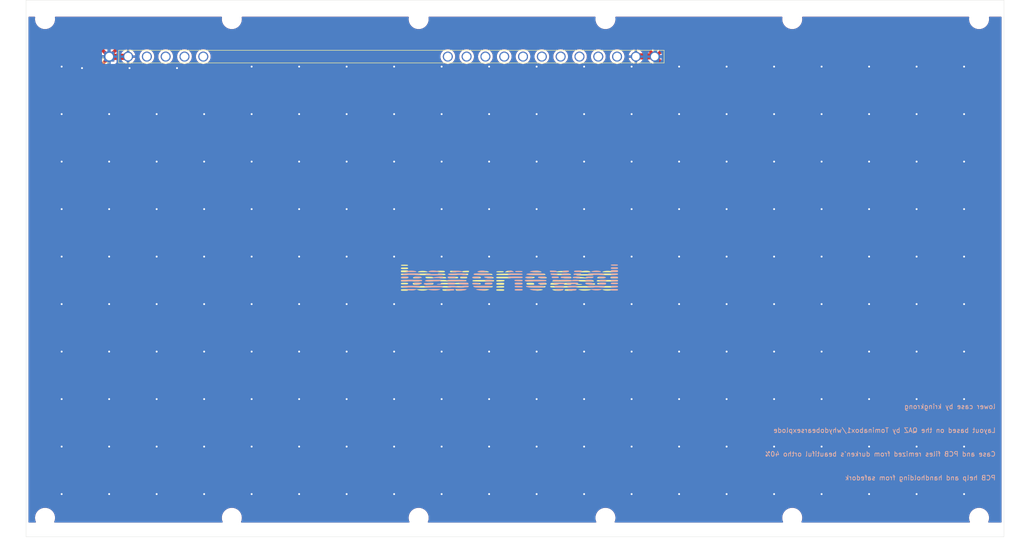
<source format=kicad_pcb>
(kicad_pcb (version 20211014) (generator pcbnew)
  (layers (0 "F.Cu" signal) (31 "B.Cu" signal) (34 "B.Paste" user) (35 "F.Paste" user) (36 "B.SilkS" user "B.Silkscreen") (37 "F.SilkS" user "F.Silkscreen") (38 "B.Mask" user) (39 "F.Mask" user) (44 "Edge.Cuts" user))
  (net 0 "")
  (net 1 "GND")
  (footprint "MountingHole:MountingHole_3.2mm_M3" (layer "F.Cu") (at 26.5 135)
    (fp_text reference "REF**" hide)
    (fp_text value "MountingHole_3.2mm_M3")
    (pad "" np_thru_hole circle locked (at 0 0) (size 3.2 3.2) (drill 3.2) (layers *.Cu *.Mask))
  )
  (footprint "MountingHole:MountingHole_3.2mm_M3" (layer "F.Cu") (at 65.83 135)
    (fp_text reference "REF**" hide)
    (fp_text value "MountingHole_3.2mm_M3")
    (pad "" np_thru_hole circle locked (at 0 0) (size 3.2 3.2) (drill 3.2) (layers *.Cu *.Mask))
  )
  (footprint "MountingHole:MountingHole_3.2mm_M3" (layer "F.Cu") (at 65.83 30)
    (fp_text reference "REF**" hide)
    (fp_text value "MountingHole_3.2mm_M3")
    (pad "" np_thru_hole circle locked (at 0 0) (size 3.2 3.2) (drill 3.2) (layers *.Cu *.Mask))
  )
  (footprint "MountingHole:MountingHole_3.2mm_M3" (layer "F.Cu") (at 223.15 30)
    (fp_text reference "REF**" hide)
    (fp_text value "MountingHole_3.2mm_M3")
    (pad "" np_thru_hole circle locked (at 0 0) (size 3.2 3.2) (drill 3.2) (layers *.Cu *.Mask))
  )
  (footprint "MountingHole:MountingHole_3.2mm_M3" (layer "F.Cu") (at 26.5 30)
    (fp_text reference "REF**" hide)
    (fp_text value "MountingHole_3.2mm_M3")
    (pad "" np_thru_hole circle locked (at 0 0) (size 3.2 3.2) (drill 3.2) (layers *.Cu *.Mask))
  )
  (footprint "MountingHole:MountingHole_3.2mm_M3" (layer "F.Cu") (at 183.82 30)
    (fp_text reference "REF**" hide)
    (fp_text value "MountingHole_3.2mm_M3")
    (pad "" np_thru_hole circle locked (at 0 0) (size 3.2 3.2) (drill 3.2) (layers *.Cu *.Mask))
  )
  (footprint "MountingHole:MountingHole_3.2mm_M3" (layer "F.Cu") (at 105.16 135)
    (fp_text reference "REF**" hide)
    (fp_text value "MountingHole_3.2mm_M3")
    (pad "" np_thru_hole circle locked (at 0 0) (size 3.2 3.2) (drill 3.2) (layers *.Cu *.Mask))
  )
  (footprint "MountingHole:MountingHole_3.2mm_M3" (layer "F.Cu") (at 105.16 30)
    (fp_text reference "REF**" hide)
    (fp_text value "MountingHole_3.2mm_M3")
    (pad "" np_thru_hole circle locked (at 0 0) (size 3.2 3.2) (drill 3.2) (layers *.Cu *.Mask))
  )
  (footprint "MountingHole:MountingHole_3.2mm_M3" (layer "F.Cu") (at 144.49 30)
    (fp_text reference "REF**" hide)
    (fp_text value "MountingHole_3.2mm_M3")
    (pad "" np_thru_hole circle locked (at 0 0) (size 3.2 3.2) (drill 3.2) (layers *.Cu *.Mask))
  )
  (footprint "MountingHole:MountingHole_3.2mm_M3" (layer "F.Cu") (at 183.82 135)
    (fp_text reference "REF**" hide)
    (fp_text value "MountingHole_3.2mm_M3")
    (pad "" np_thru_hole circle locked (at 0 0) (size 3.2 3.2) (drill 3.2) (layers *.Cu *.Mask))
  )
  (footprint "MountingHole:MountingHole_3.2mm_M3" (layer "F.Cu") (at 144.49 135)
    (fp_text reference "REF**" hide)
    (fp_text value "MountingHole_3.2mm_M3")
    (pad "" np_thru_hole circle locked (at 0 0) (size 3.2 3.2) (drill 3.2) (layers *.Cu *.Mask))
  )
  (footprint "MountingHole:MountingHole_3.2mm_M3" (layer "F.Cu") (at 223.15 135)
    (fp_text reference "REF**" hide)
    (fp_text value "MountingHole_3.2mm_M3")
    (pad "" np_thru_hole circle locked (at 0 0) (size 3.2 3.2) (drill 3.2) (layers *.Cu *.Mask))
  )
  (footprint "LOGO" (layer "F.Cu") (at 124.28 84.41)
    (fp_text reference "G***" hide)
    (fp_text value "LOGO" hide)
  )
  (footprint "footprints:Model_F_3.96mm_pitch_footprint" (layer "F.Cu") (at 40.02 37.89 90)
    (fp_text reference "J1" hide)
    (fp_text value "Model F Ribbon Cable" hide)
    (pad "1" thru_hole rect (at 0 0 90) (size 2.1 2.1) (drill 1.6) (layers *.Cu *.Mask) (net 1 "GND"))
    (pad "2" thru_hole oval (at 0 3.96 90) (size 2.1 2.1) (drill 1.6) (layers *.Cu *.Mask) (net 1 "GND"))
    (pad "3" thru_hole oval (at 0 7.92 90) (size 2.1 2.1) (drill 1.6) (layers *.Cu *.Mask))
    (pad "4" thru_hole oval (at 0 11.88 90) (size 2.1 2.1) (drill 1.6) (layers *.Cu *.Mask))
    (pad "5" thru_hole oval (at 0 15.84 90) (size 2.1 2.1) (drill 1.6) (layers *.Cu *.Mask))
    (pad "6" thru_hole oval (at 0 19.8 90) (size 2.1 2.1) (drill 1.6) (layers *.Cu *.Mask))
    (pad "19" thru_hole oval (at 0 71.28 90) (size 2.1 2.1) (drill 1.6) (layers *.Cu *.Mask))
    (pad "20" thru_hole oval (at 0 75.24 90) (size 2.1 2.1) (drill 1.6) (layers *.Cu *.Mask))
    (pad "21" thru_hole oval (at 0 79.2 90) (size 2.1 2.1) (drill 1.6) (layers *.Cu *.Mask))
    (pad "22" thru_hole oval (at 0 83.16 90) (size 2.1 2.1) (drill 1.6) (layers *.Cu *.Mask))
    (pad "23" thru_hole oval (at 0 87.12 90) (size 2.1 2.1) (drill 1.6) (layers *.Cu *.Mask))
    (pad "24" thru_hole oval (at 0 91.08 90) (size 2.1 2.1) (drill 1.6) (layers *.Cu *.Mask))
    (pad "25" thru_hole oval (at 0 95.04 90) (size 2.1 2.1) (drill 1.6) (layers *.Cu *.Mask))
    (pad "26" thru_hole oval (at 0 99 90) (size 2.1 2.1) (drill 1.6) (layers *.Cu *.Mask))
    (pad "27" thru_hole oval (at 0 102.96 90) (size 2.1 2.1) (drill 1.6) (layers *.Cu *.Mask))
    (pad "28" thru_hole oval (at 0 106.92 90) (size 2.1 2.1) (drill 1.6) (layers *.Cu *.Mask))
    (pad "29" thru_hole oval (at 0 110.88 90) (size 2.1 2.1) (drill 1.6) (layers *.Cu *.Mask) (net 1 "GND"))
    (pad "30" thru_hole oval (at 0 114.84 90) (size 2.1 2.1) (drill 1.6) (layers *.Cu *.Mask) (net 1 "GND"))
  )
  (footprint "LOGO" (layer "B.Cu") (at 124.28 84.367667 180)
    (fp_text reference "G***" hide)
    (fp_text value "LOGO" hide)
  )
  (footprint "footprints:attributions2" (layer "B.Cu") (at 80.45 108.62 180)
    (fp_text reference "REF**" hide)
    (fp_text value "attributions2" hide)
    (fp_text user "PCB help and handholding from safedork" (at -146.27 -17.96 unlocked) (layer "B.SilkS") (effects (justify left mirror)))
    (fp_text user "lower case by kringkrong" (at -146.27 -2.96 unlocked) (layer "B.SilkS") (effects (justify left mirror)))
    (fp_text user "Case and PCB files remized from durken's beautiful ortho 40%" (at -146.27 -12.96 unlocked) (layer "B.SilkS") (effects (justify left mirror)))
    (fp_text user "Layout based on the QAZ by Tominabox1/whydobearsexplode" (at -146.27 -7.96 unlocked) (layer "B.SilkS") (effects (justify left mirror)))
  )
  (gr_rect (start 22.5 26) (end 228.4 139) (layer "Edge.Cuts") (width 0.05) (fill none))
  (segment (start 156.19 39.06) (end 157.435 39.06) (width 0.7) (layer "F.Cu") (net 1))
  (segment (start 37.44 35.3825) (end 39.98 37.9225) (width 0.7) (layer "F.Cu") (net 1))
  (segment (start 42.975 34.9275) (end 39.98 37.9225) (width 0.7) (layer "F.Cu") (net 1))
  (segment (start 156.19 39.06) (end 155.05 37.92) (width 0.7) (layer "F.Cu") (net 1))
  (segment (start 40.945 37.9425) (end 43.485 37.9425) (width 1.3) (layer "F.Cu") (net 1))
  (segment (start 157.33 35.64) (end 155.05 37.92) (width 0.7) (layer "F.Cu") (net 1))
  (segment (start 155.05 37.92) (end 152.99 35.86) (width 0.7) (layer "F.Cu") (net 1))
  (segment (start 39.98 38.0375) (end 37.475 40.5425) (width 0.7) (layer "F.Cu") (net 1))
  (segment (start 154.285 37.84) (end 151.745 37.84) (width 1.3) (layer "F.Cu") (net 1))
  (via (at 70 110) (size 0.8) (drill 0.4) (layers "F.Cu" "B.Cu") (net 1))
  (via (at 80 120) (size 0.8) (drill 0.4) (layers "F.Cu" "B.Cu") (net 1))
  (via (at 54.285 40.3125) (size 0.8) (drill 0.4) (layers "F.Cu" "B.Cu") (net 1))
  (via (at 80 100) (size 0.8) (drill 0.4) (layers "F.Cu" "B.Cu") (net 1))
  (via (at 60 110) (size 0.8) (drill 0.4) (layers "F.Cu" "B.Cu") (net 1))
  (via (at 80 50) (size 0.8) (drill 0.4) (layers "F.Cu" "B.Cu") (net 1))
  (via (at 60 80) (size 0.8) (drill 0.4) (layers "F.Cu" "B.Cu") (net 1))
  (via (at 60 100) (size 0.8) (drill 0.4) (layers "F.Cu" "B.Cu") (net 1))
  (via (at 60 60) (size 0.8) (drill 0.4) (layers "F.Cu" "B.Cu") (net 1))
  (via (at 60 70) (size 0.8) (drill 0.4) (layers "F.Cu" "B.Cu") (net 1))
  (via (at 80 70) (size 0.8) (drill 0.4) (layers "F.Cu" "B.Cu") (net 1))
  (via (at 70 80) (size 0.8) (drill 0.4) (layers "F.Cu" "B.Cu") (net 1))
  (via (at 80 110) (size 0.8) (drill 0.4) (layers "F.Cu" "B.Cu") (net 1))
  (via (at 80 40) (size 0.8) (drill 0.4) (layers "F.Cu" "B.Cu") (net 1))
  (via (at 70 100) (size 0.8) (drill 0.4) (layers "F.Cu" "B.Cu") (net 1))
  (via (at 70 40) (size 0.8) (drill 0.4) (layers "F.Cu" "B.Cu") (net 1))
  (via (at 70 120) (size 0.8) (drill 0.4) (layers "F.Cu" "B.Cu") (net 1))
  (via (at 80 60) (size 0.8) (drill 0.4) (layers "F.Cu" "B.Cu") (net 1))
  (via (at 60 90) (size 0.8) (drill 0.4) (layers "F.Cu" "B.Cu") (net 1))
  (via (at 70 70) (size 0.8) (drill 0.4) (layers "F.Cu" "B.Cu") (net 1))
  (via (at 70 50) (size 0.8) (drill 0.4) (layers "F.Cu" "B.Cu") (net 1))
  (via (at 80 90) (size 0.8) (drill 0.4) (layers "F.Cu" "B.Cu") (net 1))
  (via (at 60 50) (size 0.8) (drill 0.4) (layers "F.Cu" "B.Cu") (net 1))
  (via (at 80 80) (size 0.8) (drill 0.4) (layers "F.Cu" "B.Cu") (net 1))
  (via (at 70 60) (size 0.8) (drill 0.4) (layers "F.Cu" "B.Cu") (net 1))
  (via (at 70 90) (size 0.8) (drill 0.4) (layers "F.Cu" "B.Cu") (net 1))
  (via (at 60 120) (size 0.8) (drill 0.4) (layers "F.Cu" "B.Cu") (net 1))
  (via (at 100 110) (size 0.8) (drill 0.4) (layers "F.Cu" "B.Cu") (net 1))
  (via (at 110 120) (size 0.8) (drill 0.4) (layers "F.Cu" "B.Cu") (net 1))
  (via (at 90 40) (size 0.8) (drill 0.4) (layers "F.Cu" "B.Cu") (net 1))
  (via (at 130 50) (size 0.8) (drill 0.4) (layers "F.Cu" "B.Cu") (net 1))
  (via (at 140 60) (size 0.8) (drill 0.4) (layers "F.Cu" "B.Cu") (net 1))
  (via (at 140 40) (size 0.8) (drill 0.4) (layers "F.Cu" "B.Cu") (net 1))
  (via (at 110 100) (size 0.8) (drill 0.4) (layers "F.Cu" "B.Cu") (net 1))
  (via (at 120 50) (size 0.8) (drill 0.4) (layers "F.Cu" "B.Cu") (net 1))
  (via (at 90 110) (size 0.8) (drill 0.4) (layers "F.Cu" "B.Cu") (net 1))
  (via (at 110 50) (size 0.8) (drill 0.4) (layers "F.Cu" "B.Cu") (net 1))
  (via (at 140 80) (size 0.8) (drill 0.4) (layers "F.Cu" "B.Cu") (net 1))
  (via (at 130 120) (size 0.8) (drill 0.4) (layers "F.Cu" "B.Cu") (net 1))
  (via (at 90 80) (size 0.8) (drill 0.4) (layers "F.Cu" "B.Cu") (net 1))
  (via (at 140 110) (size 0.8) (drill 0.4) (layers "F.Cu" "B.Cu") (net 1))
  (via (at 130 60) (size 0.8) (drill 0.4) (layers "F.Cu" "B.Cu") (net 1))
  (via (at 90 100) (size 0.8) (drill 0.4) (layers "F.Cu" "B.Cu") (net 1))
  (via (at 130 90) (size 0.8) (drill 0.4) (layers "F.Cu" "B.Cu") (net 1))
  (via (at 90 60) (size 0.8) (drill 0.4) (layers "F.Cu" "B.Cu") (net 1))
  (via (at 140 70) (size 0.8) (drill 0.4) (layers "F.Cu" "B.Cu") (net 1))
  (via (at 90 70) (size 0.8) (drill 0.4) (layers "F.Cu" "B.Cu") (net 1))
  (via (at 110 70) (size 0.8) (drill 0.4) (layers "F.Cu" "B.Cu") (net 1))
  (via (at 130 40) (size 0.8) (drill 0.4) (layers "F.Cu" "B.Cu") (net 1))
  (via (at 130 100) (size 0.8) (drill 0.4) (layers "F.Cu" "B.Cu") (net 1))
  (via (at 100 80) (size 0.8) (drill 0.4) (layers "F.Cu" "B.Cu") (net 1))
  (via (at 110 110) (size 0.8) (drill 0.4) (layers "F.Cu" "B.Cu") (net 1))
  (via (at 140 100) (size 0.8) (drill 0.4) (layers "F.Cu" "B.Cu") (net 1))
  (via (at 110 40) (size 0.8) (drill 0.4) (layers "F.Cu" "B.Cu") (net 1))
  (via (at 100 100) (size 0.8) (drill 0.4) (layers "F.Cu" "B.Cu") (net 1))
  (via (at 100 40) (size 0.8) (drill 0.4) (layers "F.Cu" "B.Cu") (net 1))
  (via (at 130 80) (size 0.8) (drill 0.4) (layers "F.Cu" "B.Cu") (net 1))
  (via (at 130 110) (size 0.8) (drill 0.4) (layers "F.Cu" "B.Cu") (net 1))
  (via (at 130 70) (size 0.8) (drill 0.4) (layers "F.Cu" "B.Cu") (net 1))
  (via (at 100 120) (size 0.8) (drill 0.4) (layers "F.Cu" "B.Cu") (net 1))
  (via (at 110 60) (size 0.8) (drill 0.4) (layers "F.Cu" "B.Cu") (net 1))
  (via (at 90 90) (size 0.8) (drill 0.4) (layers "F.Cu" "B.Cu") (net 1))
  (via (at 120 100) (size 0.8) (drill 0.4) (layers "F.Cu" "B.Cu") (net 1))
  (via (at 120 60) (size 0.8) (drill 0.4) (layers "F.Cu" "B.Cu") (net 1))
  (via (at 100 70) (size 0.8) (drill 0.4) (layers "F.Cu" "B.Cu") (net 1))
  (via (at 120 110) (size 0.8) (drill 0.4) (layers "F.Cu" "B.Cu") (net 1))
  (via (at 120 70) (size 0.8) (drill 0.4) (layers "F.Cu" "B.Cu") (net 1))
  (via (at 100 50) (size 0.8) (drill 0.4) (layers "F.Cu" "B.Cu") (net 1))
  (via (at 120 80) (size 0.8) (drill 0.4) (layers "F.Cu" "B.Cu") (net 1))
  (via (at 140 50) (size 0.8) (drill 0.4) (layers "F.Cu" "B.Cu") (net 1))
  (via (at 120 40) (size 0.8) (drill 0.4) (layers "F.Cu" "B.Cu") (net 1))
  (via (at 140 120) (size 0.8) (drill 0.4) (layers "F.Cu" "B.Cu") (net 1))
  (via (at 120 90) (size 0.8) (drill 0.4) (layers "F.Cu" "B.Cu") (net 1))
  (via (at 140 90) (size 0.8) (drill 0.4) (layers "F.Cu" "B.Cu") (net 1))
  (via (at 110 90) (size 0.8) (drill 0.4) (layers "F.Cu" "B.Cu") (net 1))
  (via (at 90 50) (size 0.8) (drill 0.4) (layers "F.Cu" "B.Cu") (net 1))
  (via (at 110 80) (size 0.8) (drill 0.4) (layers "F.Cu" "B.Cu") (net 1))
  (via (at 100 60) (size 0.8) (drill 0.4) (layers "F.Cu" "B.Cu") (net 1))
  (via (at 100 90) (size 0.8) (drill 0.4) (layers "F.Cu" "B.Cu") (net 1))
  (via (at 90 120) (size 0.8) (drill 0.4) (layers "F.Cu" "B.Cu") (net 1))
  (via (at 120 120) (size 0.8) (drill 0.4) (layers "F.Cu" "B.Cu") (net 1))
  (via (at 160 110) (size 0.8) (drill 0.4) (layers "F.Cu" "B.Cu") (net 1))
  (via (at 170 120) (size 0.8) (drill 0.4) (layers "F.Cu" "B.Cu") (net 1))
  (via (at 150 40) (size 0.8) (drill 0.4) (layers "F.Cu" "B.Cu") (net 1))
  (via (at 190 50) (size 0.8) (drill 0.4) (layers "F.Cu" "B.Cu") (net 1))
  (via (at 220 50) (size 0.8) (drill 0.4) (layers "F.Cu" "B.Cu") (net 1))
  (via (at 200 60) (size 0.8) (drill 0.4) (layers "F.Cu" "B.Cu") (net 1))
  (via (at 200 40) (size 0.8) (drill 0.4) (layers "F.Cu" "B.Cu") (net 1))
  (via (at 170 100) (size 0.8) (drill 0.4) (layers "F.Cu" "B.Cu") (net 1))
  (via (at 180 50) (size 0.8) (drill 0.4) (layers "F.Cu" "B.Cu") (net 1))
  (via (at 150 110) (size 0.8) (drill 0.4) (layers "F.Cu" "B.Cu") (net 1))
  (via (at 170 50) (size 0.8) (drill 0.4) (layers "F.Cu" "B.Cu") (net 1))
  (via (at 200 80) (size 0.8) (drill 0.4) (layers "F.Cu" "B.Cu") (net 1))
  (via (at 190 120) (size 0.8) (drill 0.4) (layers "F.Cu" "B.Cu") (net 1))
  (via (at 150 80) (size 0.8) (drill 0.4) (layers "F.Cu" "B.Cu") (net 1))
  (via (at 200 110) (size 0.8) (drill 0.4) (layers "F.Cu" "B.Cu") (net 1))
  (via (at 210 90) (size 0.8) (drill 0.4) (layers "F.Cu" "B.Cu") (net 1))
  (via (at 190 60) (size 0.8) (drill 0.4) (layers "F.Cu" "B.Cu") (net 1))
  (via (at 210 70) (size 0.8) (drill 0.4) (layers "F.Cu" "B.Cu") (net 1))
  (via (at 150 100) (size 0.8) (drill 0.4) (layers "F.Cu" "B.Cu") (net 1))
  (via (at 190 90) (size 0.8) (drill 0.4) (layers "F.Cu" "B.Cu") (net 1))
  (via (at 150 60) (size 0.8) (drill 0.4) (layers "F.Cu" "B.Cu") (net 1))
  (via (at 210 100) (size 0.8) (drill 0.4) (layers "F.Cu" "B.Cu") (net 1))
  (via (at 210 60) (size 0.8) (drill 0.4) (layers "F.Cu" "B.Cu") (net 1))
  (via (at 200 70) (size 0.8) (drill 0.4) (layers "F.Cu" "B.Cu") (net 1))
  (via (at 150 70) (size 0.8) (drill 0.4) (layers "F.Cu" "B.Cu") (net 1))
  (via (at 170 70) (size 0.8) (drill 0.4) (layers "F.Cu" "B.Cu") (net 1))
  (via (at 190 40) (size 0.8) (drill 0.4) (layers "F.Cu" "B.Cu") (net 1))
  (via (at 220 70) (size 0.8) (drill 0.4) (layers "F.Cu" "B.Cu") (net 1))
  (via (at 210 40) (size 0.8) (drill 0.4) (layers "F.Cu" "B.Cu") (net 1))
  (via (at 220 110) (size 0.8) (drill 0.4) (layers "F.Cu" "B.Cu") (net 1))
  (via (at 220 90) (size 0.8) (drill 0.4) (layers "F.Cu" "B.Cu") (net 1))
  (via (at 190 100) (size 0.8) (drill 0.4) (layers "F.Cu" "B.Cu") (net 1))
  (via (at 160 80) (size 0.8) (drill 0.4) (layers "F.Cu" "B.Cu") (net 1))
  (via (at 210 50) (size 0.8) (drill 0.4) (layers "F.Cu" "B.Cu") (net 1))
  (via (at 170 110) (size 0.8) (drill 0.4) (layers "F.Cu" "B.Cu") (net 1))
  (via (at 200 100) (size 0.8) (drill 0.4) (layers "F.Cu" "B.Cu") (net 1))
  (via (at 220 60) (size 0.8) (drill 0.4) (layers "F.Cu" "B.Cu") (net 1))
  (via (at 170 40) (size 0.8) (drill 0.4) (layers "F.Cu" "B.Cu") (net 1))
  (via (at 160 100) (size 0.8) (drill 0.4) (layers "F.Cu" "B.Cu") (net 1))
  (via (at 160 40) (size 0.8) (drill 0.4) (layers "F.Cu" "B.Cu") (net 1))
  (via (at 190 80) (size 0.8) (drill 0.4) (layers "F.Cu" "B.Cu") (net 1))
  (via (at 190 110) (size 0.8) (drill 0.4) (layers "F.Cu" "B.Cu") (net 1))
  (via (at 190 70) (size 0.8) (drill 0.4) (layers "F.Cu" "B.Cu") (net 1))
  (via (at 160 120) (size 0.8) (drill 0.4) (layers "F.Cu" "B.Cu") (net 1))
  (via (at 170 60) (size 0.8) (drill 0.4) (layers "F.Cu" "B.Cu") (net 1))
  (via (at 150 90) (size 0.8) (drill 0.4) (layers "F.Cu" "B.Cu") (net 1))
  (via (at 220 80) (size 0.8) (drill 0.4) (layers "F.Cu" "B.Cu") (net 1))
  (via (at 180 100) (size 0.8) (drill 0.4) (layers "F.Cu" "B.Cu") (net 1))
  (via (at 210 80) (size 0.8) (drill 0.4) (layers "F.Cu" "B.Cu") (net 1))
  (via (at 180 60) (size 0.8) (drill 0.4) (layers "F.Cu" "B.Cu") (net 1))
  (via (at 160 70) (size 0.8) (drill 0.4) (layers "F.Cu" "B.Cu") (net 1))
  (via (at 180 110) (size 0.8) (drill 0.4) (layers "F.Cu" "B.Cu") (net 1))
  (via (at 180 70) (size 0.8) (drill 0.4) (layers "F.Cu" "B.Cu") (net 1))
  (via (at 160 50) (size 0.8) (drill 0.4) (layers "F.Cu" "B.Cu") (net 1))
  (via (at 220 100) (size 0.8) (drill 0.4) (layers "F.Cu" "B.Cu") (net 1))
  (via (at 180 80) (size 0.8) (drill 0.4) (layers "F.Cu" "B.Cu") (net 1))
  (via (at 200 50) (size 0.8) (drill 0.4) (layers "F.Cu" "B.Cu") (net 1))
  (via (at 180 40) (size 0.8) (drill 0.4) (layers "F.Cu" "B.Cu") (net 1))
  (via (at 210 110) (size 0.8) (drill 0.4) (layers "F.Cu" "B.Cu") (net 1))
  (via (at 200 120) (size 0.8) (drill 0.4) (layers "F.Cu" "B.Cu") (net 1))
  (via (at 180 90) (size 0.8) (drill 0.4) (layers "F.Cu" "B.Cu") (net 1))
  (via (at 200 90) (size 0.8) (drill 0.4) (layers "F.Cu" "B.Cu") (net 1))
  (via (at 170 90) (size 0.8) (drill 0.4) (layers "F.Cu" "B.Cu") (net 1))
  (via (at 220 120) (size 0.8) (drill 0.4) (layers "F.Cu" "B.Cu") (net 1))
  (via (at 150 50) (size 0.8) (drill 0.4) (layers "F.Cu" "B.Cu") (net 1))
  (via (at 220 40) (size 0.8) (drill 0.4) (layers "F.Cu" "B.Cu") (net 1))
  (via (at 210 120) (size 0.8) (drill 0.4) (layers "F.Cu" "B.Cu") (net 1))
  (via (at 170 80) (size 0.8) (drill 0.4) (layers "F.Cu" "B.Cu") (net 1))
  (via (at 160 60) (size 0.8) (drill 0.4) (layers "F.Cu" "B.Cu") (net 1))
  (via (at 160 90) (size 0.8) (drill 0.4) (layers "F.Cu" "B.Cu") (net 1))
  (via (at 150 120) (size 0.8) (drill 0.4) (layers "F.Cu" "B.Cu") (net 1))
  (via (at 180 120) (size 0.8) (drill 0.4) (layers "F.Cu" "B.Cu") (net 1))
  (via (at 170 130) (size 0.8) (drill 0.4) (layers "F.Cu" "B.Cu") (net 1))
  (via (at 110 130) (size 0.8) (drill 0.4) (layers "F.Cu" "B.Cu") (net 1))
  (via (at 50 130) (size 0.8) (drill 0.4) (layers "F.Cu" "B.Cu") (net 1))
  (via (at 70 130) (size 0.8) (drill 0.4) (layers "F.Cu" "B.Cu") (net 1))
  (via (at 140 130) (size 0.8) (drill 0.4) (layers "F.Cu" "B.Cu") (net 1))
  (via (at 40 130) (size 0.8) (drill 0.4) (layers "F.Cu" "B.Cu") (net 1))
  (via (at 220 130) (size 0.8) (drill 0.4) (layers "F.Cu" "B.Cu") (net 1))
  (via (at 180 130) (size 0.8) (drill 0.4) (layers "F.Cu" "B.Cu") (net 1))
  (via (at 160 130) (size 0.8) (drill 0.4) (layers "F.Cu" "B.Cu") (net 1))
  (via (at 210 130) (size 0.8) (drill 0.4) (layers "F.Cu" "B.Cu") (net 1))
  (via (at 150 130) (size 0.8) (drill 0.4) (layers "F.Cu" "B.Cu") (net 1))
  (via (at 190 130) (size 0.8) (drill 0.4) (layers "F.Cu" "B.Cu") (net 1))
  (via (at 80 130) (size 0.8) (drill 0.4) (layers "F.Cu" "B.Cu") (net 1))
  (via (at 200 130) (size 0.8) (drill 0.4) (layers "F.Cu" "B.Cu") (net 1))
  (via (at 100 130) (size 0.8) (drill 0.4) (layers "F.Cu" "B.Cu") (net 1))
  (via (at 120 130) (size 0.8) (drill 0.4) (layers "F.Cu" "B.Cu") (net 1))
  (via (at 90 130) (size 0.8) (drill 0.4) (layers "F.Cu" "B.Cu") (net 1))
  (via (at 30 130) (size 0.8) (drill 0.4) (layers "F.Cu" "B.Cu") (net 1))
  (via (at 60 130) (size 0.8) (drill 0.4) (layers "F.Cu" "B.Cu") (net 1))
  (via (at 130 130) (size 0.8) (drill 0.4) (layers "F.Cu" "B.Cu") (net 1))
  (via (at 40 60) (size 0.8) (drill 0.4) (layers "F.Cu" "B.Cu") (net 1))
  (via (at 50 110) (size 0.8) (drill 0.4) (layers "F.Cu" "B.Cu") (net 1))
  (via (at 40 100) (size 0.8) (drill 0.4) (layers "F.Cu" "B.Cu") (net 1))
  (via (at 50 120) (size 0.8) (drill 0.4) (layers "F.Cu" "B.Cu") (net 1))
  (via (at 50 60) (size 0.8) (drill 0.4) (layers "F.Cu" "B.Cu") (net 1))
  (via (at 30 60) (size 0.8) (drill 0.4) (layers "F.Cu" "B.Cu") (net 1))
  (via (at 30 110) (size 0.8) (drill 0.4) (layers "F.Cu" "B.Cu") (net 1))
  (via (at 30 70) (size 0.8) (drill 0.4) (layers "F.Cu" "B.Cu") (net 1))
  (via (at 30 90) (size 0.8) (drill 0.4) (layers "F.Cu" "B.Cu") (net 1))
  (via (at 40 90) (size 0.8) (drill 0.4) (layers "F.Cu" "B.Cu") (net 1))
  (via (at 30 100) (size 0.8) (drill 0.4) (layers "F.Cu" "B.Cu") (net 1))
  (via (at 40 80) (size 0.8) (drill 0.4) (layers "F.Cu" "B.Cu") (net 1))
  (via (at 40 120) (size 0.8) (drill 0.4) (layers "F.Cu" "B.Cu") (net 1))
  (via (at 44.285 40.3125) (size 0.8) (drill 0.4) (layers "F.Cu" "B.Cu") (net 1))
  (via (at 30 50) (size 0.8) (drill 0.4) (layers "F.Cu" "B.Cu") (net 1))
  (via (at 34.285 40.3125) (size 0.8) (drill 0.4) (layers "F.Cu" "B.Cu") (net 1))
  (via (at 50 70) (size 0.8) (drill 0.4) (layers "F.Cu" "B.Cu") (net 1))
  (via (at 30 120) (size 0.8) (drill 0.4) (layers "F.Cu" "B.Cu") (net 1))
  (via (at 40 50) (size 0.8) (drill 0.4) (layers "F.Cu" "B.Cu") (net 1))
  (via (at 30 80) (size 0.8) (drill 0.4) (layers "F.Cu" "B.Cu") (net 1))
  (via (at 50 90) (size 0.8) (drill 0.4) (layers "F.Cu" "B.Cu") (net 1))
  (via (at 50 80) (size 0.8) (drill 0.4) (layers "F.Cu" "B.Cu") (net 1))
  (via (at 50 100) (size 0.8) (drill 0.4) (layers "F.Cu" "B.Cu") (net 1))
  (via (at 40 110) (size 0.8) (drill 0.4) (layers "F.Cu" "B.Cu") (net 1))
  (via (at 40 70) (size 0.8) (drill 0.4) (layers "F.Cu" "B.Cu") (net 1))
  (via (at 30 40) (size 0.8) (drill 0.4) (layers "F.Cu" "B.Cu") (net 1))
  (via (at 50 50) (size 0.8) (drill 0.4) (layers "F.Cu" "B.Cu") (net 1))
  (segment (start 157.735 37.92) (end 155.05 37.92) (width 0.7) (layer "B.Cu") (net 1))
  (segment (start 155.465 38.335) (end 155.465 39.95) (width 0.7) (layer "B.Cu") (net 1))
  (segment (start 36.285 37.9325) (end 36.295 37.9225) (width 0.7) (layer "B.Cu") (net 1))
  (segment (start 155.775 40.26) (end 156.015 40.26) (width 0.7) (layer "B.Cu") (net 1))
  (segment (start 155.05 35.165) (end 155.055 35.16) (width 0.7) (layer "B.Cu") (net 1))
  (segment (start 39.98 41.7675) (end 39.98 37.9225) (width 0.7) (layer "B.Cu") (net 1))
  (segment (start 39.98 41.7675) (end 40.005 41.7925) (width 0.7) (layer "B.Cu") (net 1))
  (segment (start 155.05 35.165) (end 155.05 37.92) (width 0.7) (layer "B.Cu") (net 1))
  (segment (start 39.98 37.9225) (end 39.98 38.0375) (width 0.7) (layer "B.Cu") (net 1))
  (segment (start 39.98 37.9225) (end 36.295 37.9225) (width 0.7) (layer "B.Cu") (net 1))
  (segment (start 39.98 33.2975) (end 39.98 37.9225) (width 0.7) (layer "B.Cu") (net 1))
  (segment (start 155.465 39.95) (end 155.775 40.26) (width 0.7) (layer "B.Cu") (net 1))
  (segment (start 39.98 33.2975) (end 39.985 33.2925) (width 0.7) (layer "B.Cu") (net 1))
  (segment (start 155.05 37.92) (end 155.465 38.335) (width 0.7) (layer "B.Cu") (net 1))
  (zone (net 1) (net_name "GND") (layer "F.Cu") (connect_pads (clearance 0.508)) (min_thickness 0.254) (fill yes (thermal_gap 0.508) (thermal_bridge_width 0.508) (island_removal_mode 2) (island_area_min 500))
    (polygon (pts (xy 228.93 136) (xy 22 136) (xy 22 29.5) (xy 228.93 29.5)))
  )
  (zone (net 1) (net_name "GND") (layer "B.Cu") (connect_pads (clearance 0.508)) (min_thickness 0.254) (fill yes (thermal_gap 0.508) (thermal_bridge_width 0.508) (island_removal_mode 1) (island_area_min 0))
    (polygon (pts (xy 228.97 136) (xy 22 136) (xy 22 29.5) (xy 228.97 29.5)))
  )
)
</source>
